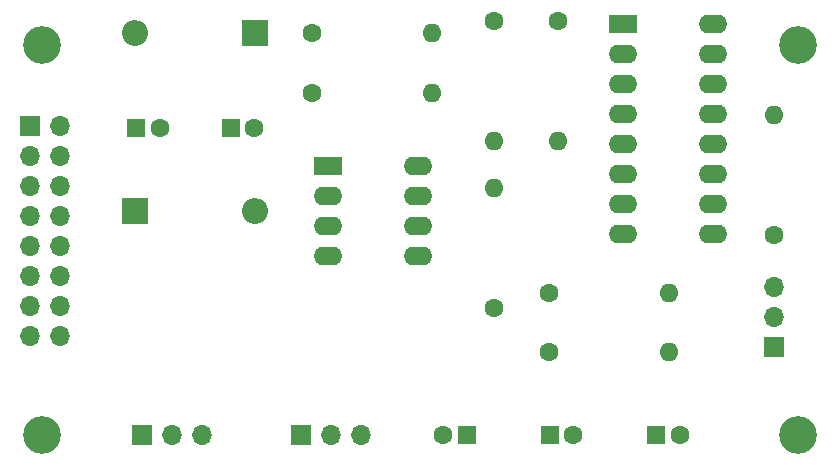
<source format=gbr>
%TF.GenerationSoftware,KiCad,Pcbnew,7.0.1-0*%
%TF.CreationDate,2023-07-05T09:43:19+01:00*%
%TF.ProjectId,Penfold_VCA,50656e66-6f6c-4645-9f56-43412e6b6963,rev?*%
%TF.SameCoordinates,Original*%
%TF.FileFunction,Soldermask,Bot*%
%TF.FilePolarity,Negative*%
%FSLAX46Y46*%
G04 Gerber Fmt 4.6, Leading zero omitted, Abs format (unit mm)*
G04 Created by KiCad (PCBNEW 7.0.1-0) date 2023-07-05 09:43:19*
%MOMM*%
%LPD*%
G01*
G04 APERTURE LIST*
%ADD10R,1.600000X1.600000*%
%ADD11C,1.600000*%
%ADD12R,1.700000X1.700000*%
%ADD13O,1.700000X1.700000*%
%ADD14O,1.600000X1.600000*%
%ADD15R,2.200000X2.200000*%
%ADD16O,2.200000X2.200000*%
%ADD17R,2.400000X1.600000*%
%ADD18O,2.400000X1.600000*%
%ADD19C,3.200000*%
G04 APERTURE END LIST*
D10*
%TO.C,C2*%
X150000000Y-116000000D03*
D11*
X152000000Y-116000000D03*
%TD*%
D12*
%TO.C,SW1*%
X115475000Y-116000000D03*
D13*
X118015000Y-116000000D03*
X120555000Y-116000000D03*
%TD*%
D11*
%TO.C,R2*%
X145288000Y-105283000D03*
D14*
X145288000Y-95123000D03*
%TD*%
D15*
%TO.C,D4*%
X125080000Y-82000000D03*
D16*
X114920000Y-82000000D03*
%TD*%
D11*
%TO.C,R1*%
X129921000Y-87000000D03*
D14*
X140081000Y-87000000D03*
%TD*%
D11*
%TO.C,R3*%
X150749000Y-80920000D03*
D14*
X150749000Y-91080000D03*
%TD*%
D12*
%TO.C,J1*%
X106000000Y-89840000D03*
D13*
X108540000Y-89840000D03*
X106000000Y-92380000D03*
X108540000Y-92380000D03*
X106000000Y-94920000D03*
X108540000Y-94920000D03*
X106000000Y-97460000D03*
X108540000Y-97460000D03*
X106000000Y-100000000D03*
X108540000Y-100000000D03*
X106000000Y-102540000D03*
X108540000Y-102540000D03*
X106000000Y-105080000D03*
X108540000Y-105080000D03*
X106000000Y-107620000D03*
X108540000Y-107620000D03*
%TD*%
D17*
%TO.C,U2*%
X131200000Y-93200000D03*
D18*
X131200000Y-95740000D03*
X131200000Y-98280000D03*
X131200000Y-100820000D03*
X138820000Y-100820000D03*
X138820000Y-98280000D03*
X138820000Y-95740000D03*
X138820000Y-93200000D03*
%TD*%
D19*
%TO.C,H1*%
X107000000Y-83000000D03*
%TD*%
%TO.C,H2*%
X171000000Y-83000000D03*
%TD*%
D11*
%TO.C,R8*%
X169000000Y-99080000D03*
D14*
X169000000Y-88920000D03*
%TD*%
D12*
%TO.C,J4*%
X128920000Y-116000000D03*
D13*
X131460000Y-116000000D03*
X134000000Y-116000000D03*
%TD*%
D15*
%TO.C,D1*%
X114920000Y-97000000D03*
D16*
X125080000Y-97000000D03*
%TD*%
D12*
%TO.C,J6*%
X169000000Y-108540000D03*
D13*
X169000000Y-106000000D03*
X169000000Y-103460000D03*
%TD*%
D19*
%TO.C,H4*%
X171000000Y-116000000D03*
%TD*%
%TO.C,H3*%
X107000000Y-116000000D03*
%TD*%
D11*
%TO.C,R4*%
X149920000Y-104000000D03*
D14*
X160080000Y-104000000D03*
%TD*%
D10*
%TO.C,C4*%
X115000000Y-90000000D03*
D11*
X117000000Y-90000000D03*
%TD*%
D10*
%TO.C,C3*%
X159000000Y-116000000D03*
D11*
X161000000Y-116000000D03*
%TD*%
%TO.C,R7*%
X129920000Y-82000000D03*
D14*
X140080000Y-82000000D03*
%TD*%
D10*
%TO.C,C1*%
X143000000Y-116000000D03*
D11*
X141000000Y-116000000D03*
%TD*%
%TO.C,R5*%
X149920000Y-109000000D03*
D14*
X160080000Y-109000000D03*
%TD*%
D10*
%TO.C,C5*%
X123000000Y-90000000D03*
D11*
X125000000Y-90000000D03*
%TD*%
D17*
%TO.C,U1*%
X156200000Y-81220000D03*
D18*
X156200000Y-83760000D03*
X156200000Y-86300000D03*
X156200000Y-88840000D03*
X156200000Y-91380000D03*
X156200000Y-93920000D03*
X156200000Y-96460000D03*
X156200000Y-99000000D03*
X163820000Y-99000000D03*
X163820000Y-96460000D03*
X163820000Y-93920000D03*
X163820000Y-91380000D03*
X163820000Y-88840000D03*
X163820000Y-86300000D03*
X163820000Y-83760000D03*
X163820000Y-81220000D03*
%TD*%
D11*
%TO.C,R6*%
X145288000Y-80920000D03*
D14*
X145288000Y-91080000D03*
%TD*%
M02*

</source>
